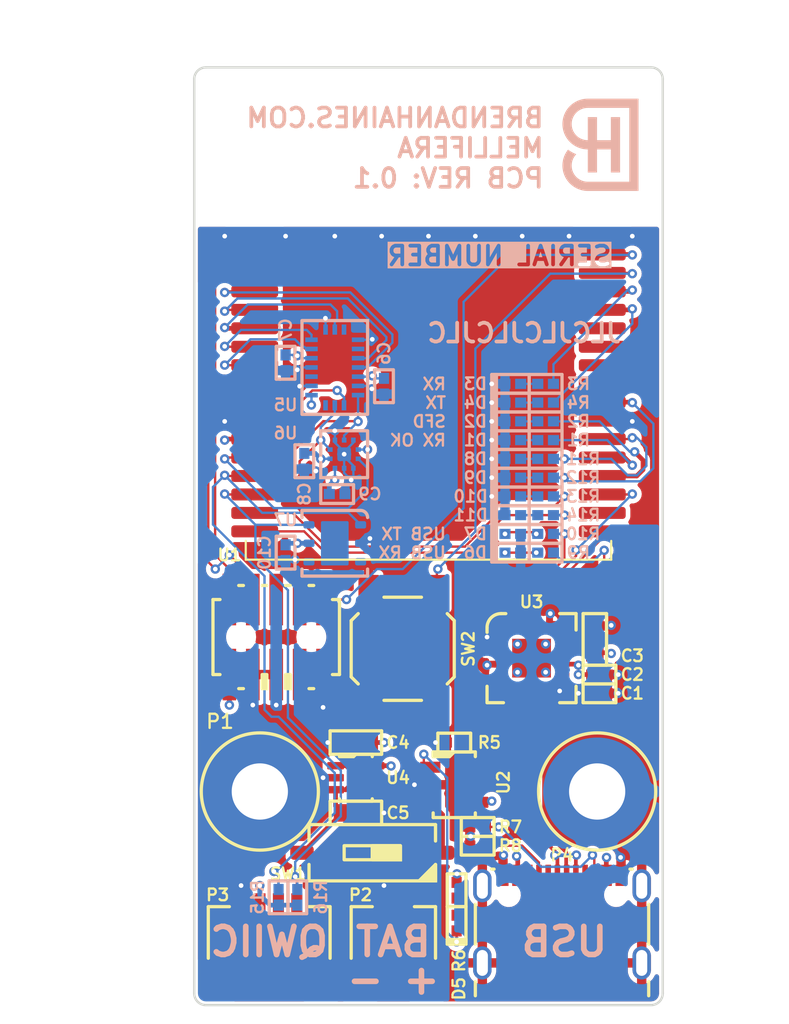
<source format=kicad_pcb>
(kicad_pcb (version 20221018) (generator pcbnew)

  (general
    (thickness 1.6)
  )

  (paper "USLetter")
  (title_block
    (title "${PROJECT_NAME}")
    (date "2022-09-27")
    (rev "${PCB_REVISION}")
    (company "Brendan Haines")
  )

  (layers
    (0 "F.Cu" signal)
    (1 "In1.Cu" signal)
    (2 "In2.Cu" signal)
    (31 "B.Cu" signal)
    (32 "B.Adhes" user "B.Adhesive")
    (33 "F.Adhes" user "F.Adhesive")
    (34 "B.Paste" user)
    (35 "F.Paste" user)
    (36 "B.SilkS" user "B.Silkscreen")
    (37 "F.SilkS" user "F.Silkscreen")
    (38 "B.Mask" user)
    (39 "F.Mask" user)
    (40 "Dwgs.User" user "User.Drawings")
    (41 "Cmts.User" user "User.Comments")
    (42 "Eco1.User" user "User.Eco1")
    (43 "Eco2.User" user "User.Eco2")
    (44 "Edge.Cuts" user)
    (45 "Margin" user)
    (46 "B.CrtYd" user "B.Courtyard")
    (47 "F.CrtYd" user "F.Courtyard")
    (48 "B.Fab" user)
    (49 "F.Fab" user)
    (50 "User.1" user)
    (51 "User.2" user)
    (52 "User.3" user)
    (53 "User.4" user)
    (54 "User.5" user)
    (55 "User.6" user)
    (56 "User.7" user)
    (57 "User.8" user)
    (58 "User.9" user)
  )

  (setup
    (stackup
      (layer "F.SilkS" (type "Top Silk Screen"))
      (layer "F.Paste" (type "Top Solder Paste"))
      (layer "F.Mask" (type "Top Solder Mask") (thickness 0.01))
      (layer "F.Cu" (type "copper") (thickness 0.035))
      (layer "dielectric 1" (type "core") (thickness 0.48) (material "FR4") (epsilon_r 4.5) (loss_tangent 0.02))
      (layer "In1.Cu" (type "copper") (thickness 0.035))
      (layer "dielectric 2" (type "prepreg") (thickness 0.48) (material "FR4") (epsilon_r 4.5) (loss_tangent 0.02))
      (layer "In2.Cu" (type "copper") (thickness 0.035))
      (layer "dielectric 3" (type "core") (thickness 0.48) (material "FR4") (epsilon_r 4.5) (loss_tangent 0.02))
      (layer "B.Cu" (type "copper") (thickness 0.035))
      (layer "B.Mask" (type "Bottom Solder Mask") (thickness 0.01))
      (layer "B.Paste" (type "Bottom Solder Paste"))
      (layer "B.SilkS" (type "Bottom Silk Screen"))
      (copper_finish "None")
      (dielectric_constraints no)
    )
    (pad_to_mask_clearance 0)
    (grid_origin 127 76.2)
    (pcbplotparams
      (layerselection 0x00010fc_ffffffff)
      (plot_on_all_layers_selection 0x0000000_00000000)
      (disableapertmacros false)
      (usegerberextensions false)
      (usegerberattributes true)
      (usegerberadvancedattributes true)
      (creategerberjobfile true)
      (dashed_line_dash_ratio 12.000000)
      (dashed_line_gap_ratio 3.000000)
      (svgprecision 4)
      (plotframeref false)
      (viasonmask false)
      (mode 1)
      (useauxorigin false)
      (hpglpennumber 1)
      (hpglpenspeed 20)
      (hpglpendiameter 15.000000)
      (dxfpolygonmode true)
      (dxfimperialunits true)
      (dxfusepcbnewfont true)
      (psnegative false)
      (psa4output false)
      (plotreference true)
      (plotvalue true)
      (plotinvisibletext false)
      (sketchpadsonfab false)
      (subtractmaskfromsilk false)
      (outputformat 1)
      (mirror false)
      (drillshape 1)
      (scaleselection 1)
      (outputdirectory "")
    )
  )

  (property "PCB_REVISION" "0.1")
  (property "PROJECT_NAME" "MELLIFERA")

  (net 0 "")
  (net 1 "Net-(D1-PadA)")
  (net 2 "GND")
  (net 3 "Net-(D2-PadA)")
  (net 4 "Net-(D3-PadA)")
  (net 5 "Net-(D4-PadA)")
  (net 6 "/SWDIO")
  (net 7 "/SWCLK")
  (net 8 "unconnected-(P1-SWO{slash}TDO)")
  (net 9 "unconnected-(P1-NC{slash}TDI)")
  (net 10 "/N_RESET")
  (net 11 "/RX_OK_LED")
  (net 12 "/SFD_LED")
  (net 13 "/RX_LED")
  (net 14 "/TX_LED")
  (net 15 "unconnected-(U1-VCCIO_TP)")
  (net 16 "unconnected-(U1-READY)")
  (net 17 "unconnected-(U1-SPIS_MISO)")
  (net 18 "unconnected-(U1-SPIS_MOSI)")
  (net 19 "unconnected-(U1-SPIS_CLK)")
  (net 20 "unconnected-(U1-SPIS_CSn)")
  (net 21 "Net-(D5-PadA)")
  (net 22 "Net-(U2-STAT)")
  (net 23 "Net-(U2-PROG)")
  (net 24 "/USB_VBUS")
  (net 25 "/VBAT")
  (net 26 "/RX")
  (net 27 "/TX")
  (net 28 "Net-(U3-CBUS1)")
  (net 29 "Net-(U3-CBUS2)")
  (net 30 "unconnected-(U3-~{CTS})")
  (net 31 "unconnected-(U3-CBUS0)")
  (net 32 "unconnected-(U3-CBUS3)")
  (net 33 "unconnected-(U3-~{RTS})")
  (net 34 "/SDA")
  (net 35 "/SCL")
  (net 36 "Net-(D8-PadA)")
  (net 37 "Net-(D9-PadA)")
  (net 38 "Net-(D10-PadA)")
  (net 39 "Net-(D11-PadA)")
  (net 40 "/LED0")
  (net 41 "/LED1")
  (net 42 "/LED2")
  (net 43 "/LED3")
  (net 44 "VDC_3V3")
  (net 45 "unconnected-(U4-NC)")
  (net 46 "/FTDI/VDC_3V3_USB")
  (net 47 "/FTDI/N_LED_RX")
  (net 48 "/FTDI/N_LED_TX")
  (net 49 "/N_BUTTON")
  (net 50 "/INT5")
  (net 51 "/INT4")
  (net 52 "/INT1")
  (net 53 "unconnected-(U1-GPIO_31)")
  (net 54 "/INT3")
  (net 55 "/INT2")
  (net 56 "/INT_DRDY")
  (net 57 "/INT_BARO")
  (net 58 "/USB_D_P")
  (net 59 "/USB_D_N")
  (net 60 "unconnected-(U5-CSB2)")
  (net 61 "unconnected-(U5-NC)")
  (net 62 "unconnected-(U5-CSB1)")
  (net 63 "unconnected-(U5-NC)_1")
  (net 64 "Net-(P4-CC1)")
  (net 65 "unconnected-(P4-SBU1)")
  (net 66 "Net-(P4-CC2)")
  (net 67 "unconnected-(P4-SBU2)")
  (net 68 "Net-(SW1-B)")
  (net 69 "unconnected-(U7-PAD)")
  (net 70 "unconnected-(U7-NC)_1")
  (net 71 "unconnected-(U7-NC)")

  (footprint "common:C0603" (layer "F.Cu") (at 136.017 98.552 90))

  (footprint "common:R0402" (layer "F.Cu") (at 129.667 109.728 180))

  (footprint "common:MH120X230_#4" (layer "F.Cu") (at 117.856 106.791616))

  (footprint "jst:SM02B-SRSS-TB" (layer "F.Cu") (at 125.095 117.856 90))

  (footprint "common:DWM1001C" (layer "F.Cu") (at 127 76.2))

  (footprint "common:MC-311D" (layer "F.Cu") (at 134.239 116.078))

  (footprint "common:SOT-23-5" (layer "F.Cu") (at 128.397 106.426))

  (footprint "common:C0603" (layer "F.Cu") (at 123.063 107.95))

  (footprint "common:TDA01H0SB1" (layer "F.Cu") (at 123.952 110.109 180))

  (footprint "common:R0402" (layer "F.Cu") (at 128.397 104.14 180))

  (footprint "common:QFN65P400X400X80-16P_FT230XQ" (layer "F.Cu") (at 132.588 99.568))

  (footprint "common:C0402" (layer "F.Cu") (at 136.271 100.457))

  (footprint "common:C0603" (layer "F.Cu") (at 123.063 104.14 180))

  (footprint "common:R0402" (layer "F.Cu") (at 129.667 108.712 180))

  (footprint "common:MH120X230_#4" (layer "F.Cu") (at 136.144 106.791616))

  (footprint "common:R0402" (layer "F.Cu") (at 128.524 112.141 -90))

  (footprint "common:C0402" (layer "F.Cu") (at 136.271 101.473))

  (footprint "common:LED0402" (layer "F.Cu") (at 128.524 113.919 90))

  (footprint "common:SOT-353" (layer "F.Cu") (at 123.063 106.045))

  (footprint "jst:SM04B-SRSS-TB" (layer "F.Cu") (at 118.364 117.856 90))

  (footprint "common:PinHeader_2x05_P1.27mm_Vertical-Samtec_FTSH-105-01-F-DV-K-A" (layer "F.Cu") (at 118.745 98.425 90))

  (footprint "common:SPST_SKQG" (layer "F.Cu") (at 125.603 99.06 -90))

  (footprint "common:R0402" (layer "B.Cu") (at 133.35 87.757 180))

  (footprint "common:R0402" (layer "B.Cu") (at 133.35 85.725 180))

  (footprint "common:LED0402" (layer "B.Cu") (at 131.572 88.773))

  (footprint "common:LED0402" (layer "B.Cu") (at 131.572 86.741))

  (footprint "common:C0402" (layer "B.Cu") (at 124.587 84.836 -90))

  (footprint "common:LED0402" (layer "B.Cu") (at 131.572 91.821))

  (footprint "common:LGA20-BMX055" (layer "B.Cu") (at 121.92 83.82 180))

  (footprint "common:LED0402" (layer "B.Cu") (at 131.572 90.805))

  (footprint "common:LED0402" (layer "B.Cu") (at 131.572 89.789))

  (footprint "common:R0402" (layer "B.Cu") (at 133.35 88.773 180))

  (footprint "common:LED0402" (layer "B.Cu") (at 131.572 92.837))

  (footprint "common:R0402" (layer "B.Cu") (at 133.35 91.821 180))

  (footprint "common:LED0402" (layer "B.Cu") (at 131.572 87.757))

  (footprint "common:C0402" (layer "B.Cu") (at 120.269 88.9 -90))

  (footprint "common:R0402" (layer "B.Cu") (at 133.35 90.805 180))

  (footprint "common:R0402" (layer "B.Cu") (at 133.35 84.709 180))

  (footprint "common:R0402" (layer "B.Cu") (at 133.35 93.853 180))

  (footprint "common:LED0402" (layer "B.Cu") (at 131.572 84.709))

  (footprint "common:LED0402" (layer "B.Cu") (at 131.572 93.853))

  (footprint "common:R0402" (layer "B.Cu") (at 133.35 86.741 180))

  (footprint "common:C0402" (layer "B.Cu") (at 122.047 90.678))

  (footprint "common:LED0402" (layer "B.Cu") (at 131.572 85.725))

  (footprint "common:C0402" (layer "B.Cu") (at 119.253 93.853 -90))

  (footprint "common:LGA10-BMP388" (layer "B.Cu") (at 122.428 88.519))

  (footprint "common:R0402" (layer "B.Cu") (at 118.872 112.522 90))

  (footprint "common:R0402" (layer "B.Cu") (at 119.888 112.522 90))

  (footprint "common:HDC1080DMBR" (layer "B.Cu") (at 121.92 93.345 180))

  (footprint "common:R0402" (layer "B.Cu") (at 133.35 89.789 180))

  (footprint "common:C0402" (layer "B.Cu") (at 119.253 83.566 -90))

  (footprint "common:R0402" (layer "B.Cu") (at 133.35 92.837 180))

  (gr_poly
    (pts
      (xy 135.549666 69.261715)
      (xy 135.463666 69.26985)
      (xy 135.378356 69.28336)
      (xy 135.294061 69.302205)
      (xy 135.211106 69.3263)
      (xy 135.129835 69.35556)
      (xy 135.050561 69.389865)
      (xy 134.973595 69.42908)
      (xy 134.899246 69.47305)
      (xy 134.827796 69.521605)
      (xy 134.759546 69.57455)
      (xy 134.694755 69.631675)
      (xy 134.633675 69.692755)
      (xy 134.576551 69.757545)
      (xy 134.523606 69.825795)
      (xy 134.475051 69.897245)
      (xy 134.43108 69.971595)
      (xy 134.391865 70.04856)
      (xy 134.357561 70.127835)
      (xy 134.328301 70.209105)
      (xy 134.304205 70.29206)
      (xy 134.28536 70.376355)
      (xy 134.27185 70.461665)
      (xy 134.263715 70.547665)
      (xy 134.261 70.634)
      (xy 134.263715 70.720335)
      (xy 134.27185 70.806335)
      (xy 134.28536 70.891645)
      (xy 134.304205 70.97594)
      (xy 134.328301 71.058895)
      (xy 134.357561 71.140165)
      (xy 134.391865 71.21944)
      (xy 134.43108 71.296406)
      (xy 134.475051 71.370755)
      (xy 134.523605 71.442204)
      (xy 134.57655 71.510457)
      (xy 134.633675 71.575246)
      (xy 134.694755 71.636326)
      (xy 134.759545 71.693448)
      (xy 134.827795 71.746396)
      (xy 134.899245 71.794949)
      (xy 134.973595 71.838917)
      (xy 135.05056 71.878133)
      (xy 135.129835 71.912442)
      (xy 135.211105 71.941701)
      (xy 135.29406 71.965794)
      (xy 135.378355 71.984639)
      (xy 135.463665 71.998151)
      (xy 135.549665 72.006283)
      (xy 135.636 72.009)
      (xy 135.636 73.258999)
      (xy 136.136 73.258999)
      (xy 136.136 72.009)
      (xy 136.886 72.009)
      (xy 136.886 73.258999)
      (xy 137.386 73.258999)
      (xy 137.3
... [976334 chars truncated]
</source>
